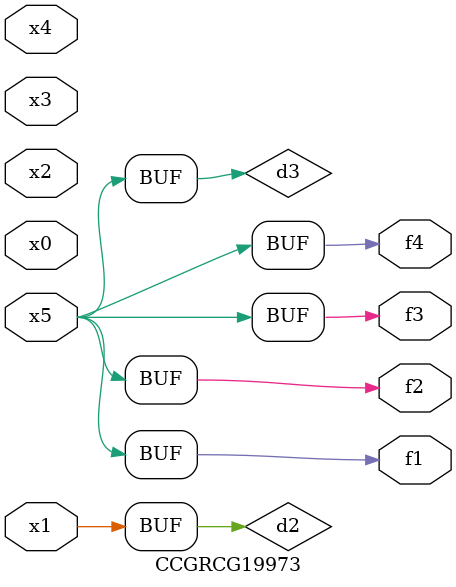
<source format=v>
module CCGRCG19973(
	input x0, x1, x2, x3, x4, x5,
	output f1, f2, f3, f4
);

	wire d1, d2, d3;

	not (d1, x5);
	or (d2, x1);
	xnor (d3, d1);
	assign f1 = d3;
	assign f2 = d3;
	assign f3 = d3;
	assign f4 = d3;
endmodule

</source>
